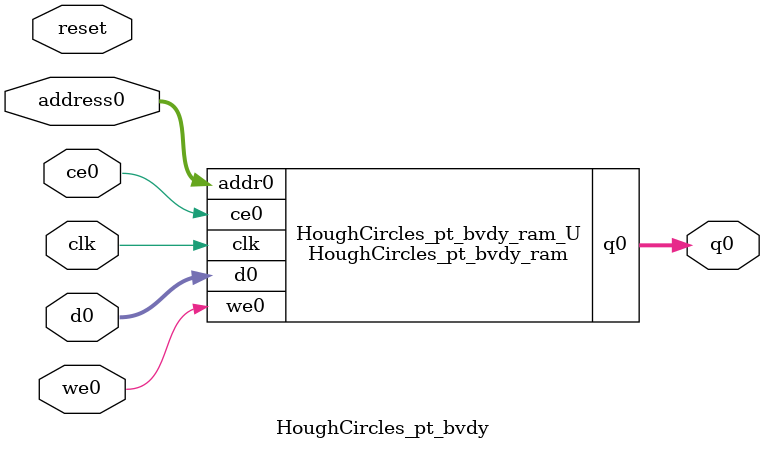
<source format=v>

`timescale 1 ns / 1 ps
module HoughCircles_pt_bvdy_ram (addr0, ce0, d0, we0, q0,  clk);

parameter DWIDTH = 31;
parameter AWIDTH = 17;
parameter MEM_SIZE = 76800;

input[AWIDTH-1:0] addr0;
input ce0;
input[DWIDTH-1:0] d0;
input we0;
output reg[DWIDTH-1:0] q0;
input clk;

(* ram_style = "block" *)reg [DWIDTH-1:0] ram[0:MEM_SIZE-1];




always @(posedge clk)  
begin 
    if (ce0) 
    begin
        if (we0) 
        begin 
            ram[addr0] <= d0; 
            q0 <= d0;
        end 
        else 
            q0 <= ram[addr0];
    end
end


endmodule


`timescale 1 ns / 1 ps
module HoughCircles_pt_bvdy(
    reset,
    clk,
    address0,
    ce0,
    we0,
    d0,
    q0);

parameter DataWidth = 32'd31;
parameter AddressRange = 32'd76800;
parameter AddressWidth = 32'd17;
input reset;
input clk;
input[AddressWidth - 1:0] address0;
input ce0;
input we0;
input[DataWidth - 1:0] d0;
output[DataWidth - 1:0] q0;



HoughCircles_pt_bvdy_ram HoughCircles_pt_bvdy_ram_U(
    .clk( clk ),
    .addr0( address0 ),
    .ce0( ce0 ),
    .we0( we0 ),
    .d0( d0 ),
    .q0( q0 ));

endmodule


</source>
